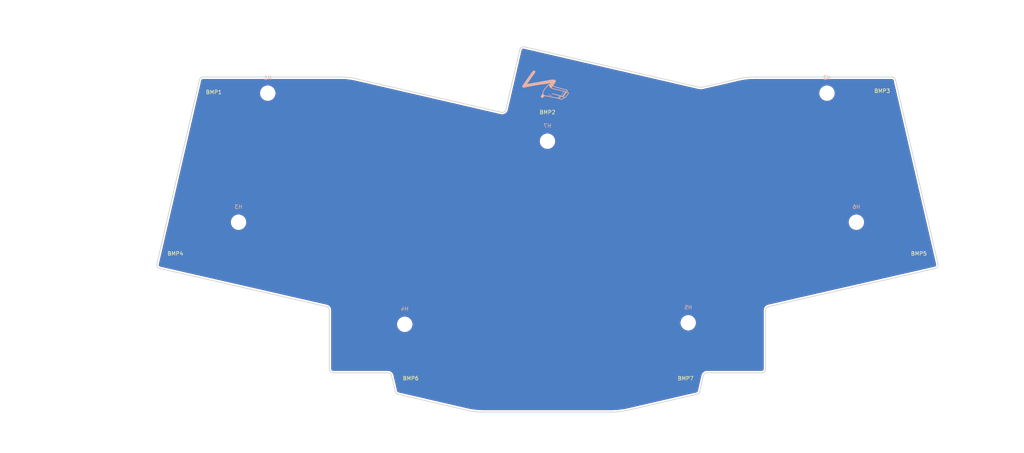
<source format=kicad_pcb>
(kicad_pcb (version 20211014) (generator pcbnew)
  (layers (0 "F.Cu" signal) (31 "B.Cu" signal) (34 "B.Paste" user) (35 "F.Paste" user) (36 "B.SilkS" user "B.Silkscreen") (37 "F.SilkS" user "F.Silkscreen") (38 "B.Mask" user) (39 "F.Mask" user) (44 "Edge.Cuts" user))
  (net 0 "")
  (net 1 "ledOut")
  (net 2 "+5V")
  (footprint "revxlp:rev41lp_edgecutBottomPlate10u" (layer "F.Cu") (at 154.229532 28.768286)
    (fp_text reference "rev41lp_edgecutPCB" hide)
    (fp_text value "rev41lp_edgecutBottomPlate10uTakeTwo")
    (fp_line (start -100.574096 49.692873) (end -57.380101 59.555682) (layer "Edge.Cuts") (width 0.2))
    (fp_line (start -40.441671 77.515789) (end -39.503394 81.579917) (layer "Edge.Cuts") (width 0.2))
    (fp_line (start -7.200363 -7.073925) (end -10.776125 8.414401) (layer "Edge.Cuts") (width 0.2))
    (fp_line (start 56.605052 75.74074) (end 56.605052 60.530052) (layer "Edge.Cuts") (width 0.2))
    (fp_line (start -16.510921 86.938468) (end 16.510921 86.938468) (layer "Edge.Cuts") (width 0.2))
    (fp_line (start 21.009942 86.425869) (end 38.753975 82.329336) (layer "Edge.Cuts") (width 0.2))
    (fp_line (start -11.988661 9.163738) (end -49.460861 0.512599) (layer "Edge.Cuts") (width 0.2))
    (fp_line (start 101.323515 48.493552) (end 90.30683 0.775048) (layer "Edge.Cuts") (width 0.2))
    (fp_line (start -38.753975 82.329336) (end -21.009942 86.425869) (layer "Edge.Cuts") (width 0.2))
    (fp_line (start -53.959882 -0.000001) (end -89.33246 0) (layer "Edge.Cuts") (width 0.2))
    (fp_line (start 41.416042 76.74074) (end 55.605051 76.74074) (layer "Edge.Cuts") (width 0.2))
    (fp_line (start 89.33246 0) (end 53.959882 0) (layer "Edge.Cuts") (width 0.2))
    (fp_line (start -55.605052 76.74074) (end -41.416042 76.740739) (layer "Edge.Cuts") (width 0.2))
    (fp_line (start -56.605052 60.530052) (end -56.605052 75.74074) (layer "Edge.Cuts") (width 0.2))
    (fp_line (start -90.30683 0.775048) (end -101.323515 48.493552) (layer "Edge.Cuts") (width 0.2))
    (fp_line (start 57.380101 59.555682) (end 100.574096 49.692873) (layer "Edge.Cuts") (width 0.2))
    (fp_line (start 49.460861 0.512598) (end 40.259348 2.633889) (layer "Edge.Cuts") (width 0.2))
    (fp_line (start 39.503394 81.579917) (end 40.441671 77.515789) (layer "Edge.Cuts") (width 0.2))
    (fp_line (start 39.343321 2.645225) (end -6.003106 -7.823822) (layer "Edge.Cuts") (width 0.2))
    (fp_arc (start -7.200363 -7.073925) (mid -6.757044 -7.696834) (end -6.003106 -7.823822) (layer "Edge.Cuts") (width 0.2))
    (fp_arc (start -100.574096 49.692873) (mid -101.197193 49.248422) (end -101.323515 48.493552) (layer "Edge.Cuts") (width 0.2))
    (fp_arc (start -55.605052 76.74074) (mid -56.312159 76.447847) (end -56.605052 75.74074) (layer "Edge.Cuts") (width 0.2))
    (fp_arc (start 56.605052 60.530052) (mid 56.822458 59.907551) (end 57.380101 59.555682) (layer "Edge.Cuts") (width 0.2))
    (fp_arc (start -41.416042 76.740739) (mid -40.793527 76.958131) (end -40.441671 77.515789) (layer "Edge.Cuts") (width 0.2))
    (fp_arc (start -16.510921 86.938468) (mid -18.774985 86.809905) (end -21.009942 86.425869) (layer "Edge.Cuts") (width 0.2))
    (fp_arc (start 21.009942 86.425869) (mid 18.774985 86.809904) (end 16.510921 86.938468) (layer "Edge.Cuts") (width 0.2))
    (fp_arc (start 101.323515 48.493552) (mid 101.19719 49.24841) (end 100.574096 49.692873) (layer "Edge.Cuts") (width 0.2))
    (fp_arc (start -57.380101 59.555682) (mid -56.822443 59.907537) (end -56.605052 60.530052) (layer "Edge.Cuts") (width 0.2))
    (fp_arc (start 56.605052 75.74074) (mid 56.31206 76.447752) (end 55.605051 76.74074) (layer "Edge.Cuts") (width 0.2))
    (fp_arc (start -10.776776 8.41722) (mid -11.221228 9.040317) (end -11.976099 9.166638) (layer "Edge.Cuts") (width 0.2))
    (fp_arc (start -53.959882 -0.000001) (mid -51.695818 0.128562) (end -49.460861 0.512598) (layer "Edge.Cuts") (width 0.2))
    (fp_arc (start -38.753975 82.329336) (mid -39.236131 82.062073) (end -39.503394 81.579917) (layer "Edge.Cuts") (width 0.2))
    (fp_arc (start 49.460861 0.512599) (mid 51.695817 0.128555) (end 53.959882 0) (layer "Edge.Cuts") (width 0.2))
    (fp_arc (start 40.441672 77.515789) (mid 40.793521 76.958127) (end 41.416042 76.74074) (layer "Edge.Cuts") (width 0.2))
    (fp_arc (start -90.30683 0.775049) (mid -89.954975 0.217391) (end -89.33246 0) (layer "Edge.Cuts") (width 0.2))
    (fp_arc (start 89.332459 0) (mid 89.954971 0.217385) (end 90.30683 0.775048) (layer "Edge.Cuts") (width 0.2))
    (fp_arc (start 40.244726 2.638295) (mid 39.794418 2.693223) (end 39.343321 2.645225) (layer "Edge.Cuts") (width 0.2))
    (fp_arc (start 39.503394 81.579917) (mid 39.236692 82.062643) (end 38.753975 82.329336) (layer "Edge.Cuts") (width 0.2))
  )
  (footprint "revxlp:Bumpon" (layer "F.Cu") (at 190.067222 107.481219)
    (fp_text reference "BMP7" (at 0 -0.5 unlocked) (layer "F.SilkS"))
    (fp_text value "Bumpon")
  )
  (footprint "revxlp:Bumpon" (layer "F.Cu") (at 57.692222 75.081219)
    (fp_text reference "BMP4" (at 0 -0.5 unlocked) (layer "F.SilkS"))
    (fp_text value "Bumpon")
  )
  (footprint "revxlp:Bumpon" (layer "F.Cu") (at 241.067222 32.881219)
    (fp_text reference "BMP3" (at 0 -0.5 unlocked) (layer "F.SilkS"))
    (fp_text value "Bumpon")
  )
  (footprint "revxlp:Bumpon" (layer "F.Cu") (at 250.592222 75.081219)
    (fp_text reference "BMP5" (at 0 -0.5 unlocked) (layer "F.SilkS"))
    (fp_text value "Bumpon")
  )
  (footprint "revxlp:Bumpon" (layer "F.Cu") (at 118.742222 107.456219)
    (fp_text reference "BMP6" (at 0 -0.5 unlocked) (layer "F.SilkS"))
    (fp_text value "Bumpon")
  )
  (footprint "revxlp:Bumpon" (layer "F.Cu") (at 67.667222 33.206219)
    (fp_text reference "BMP1" (at 0 -0.5 unlocked) (layer "F.SilkS"))
    (fp_text value "Bumpon")
  )
  (footprint "revxlp:Bumpon" (layer "F.Cu") (at 154.229537 38.406219)
    (fp_text reference "BMP2" (at 0 -0.5 unlocked) (layer "F.SilkS"))
    (fp_text value "Bumpon")
  )
  (footprint "MountingHole:MountingHole_3mm" (layer "B.Cu") (at 234.377402 66.454105 180)
    (fp_text reference "H6" (at 0 4) (layer "B.SilkS") (effects (justify mirror)))
    (fp_text value "MountingHole")
    (pad "" np_thru_hole circle (at 0 0 180) (size 3 3) (drill 3) (layers *.Cu *.Mask))
  )
  (footprint "MountingHole:MountingHole_3mm" (layer "B.Cu") (at 154.229537 45.431219 180)
    (fp_text reference "H7" (at 0 4) (layer "B.SilkS") (effects (justify mirror)))
    (fp_text value "MountingHole")
    (pad "" np_thru_hole circle (at 0 0 180) (size 3 3) (drill 3) (layers *.Cu *.Mask))
  )
  (footprint "MountingHole:MountingHole_3mm" (layer "B.Cu") (at 117.200832 92.939147 180)
    (fp_text reference "H4" (at 0 4) (layer "B.SilkS") (effects (justify mirror)))
    (fp_text value "MountingHole")
    (pad "" np_thru_hole circle (at 0 0 180) (size 3 3) (drill 3) (layers *.Cu *.Mask))
  )
  (footprint "MountingHole:MountingHole_3mm" (layer "B.Cu") (at 190.750835 92.539148 180)
    (fp_text reference "H5" (at 0 4) (layer "B.SilkS") (effects (justify mirror)))
    (fp_text value "MountingHole")
    (pad "" np_thru_hole circle (at 0 0 180) (size 3 3) (drill 3) (layers *.Cu *.Mask))
  )
  (footprint "MountingHole:MountingHole_3mm" (layer "B.Cu") (at 226.758829 32.964148 180)
    (fp_text reference "H2" (at 0 4) (layer "B.SilkS") (effects (justify mirror)))
    (fp_text value "MountingHole")
    (pad "" np_thru_hole circle (at 0 0 180) (size 3 3) (drill 3) (layers *.Cu *.Mask))
  )
  (footprint "revxlp:Z_Towel_Logo" (layer "B.Cu") (at 154.101067 31.255604 -103)
    (fp_text reference "G***" hide)
    (fp_text value "LOGO" hide)
    (fp_poly (pts (xy 1.338881 6.271117) (xy 1.370691 6.263806) (xy 1.405978 6.253053) (xy 1.440822 6.240014) (xy 1.463675 6.229744) (xy 1.492572 6.212116) (xy 1.524781 6.186694) (xy 1.547817 6.165285) (xy 1.569775 6.14281) (xy 1.584588 6.125284) (xy 1.59458 6.109192) (xy 1.602074 6.091019) (xy 1.606853 6.075933) (xy 1.620844 6.024942) (xy 1.632097 5.975801) (xy 1.640039 5.931437) (xy 1.644102 5.894775) (xy 1.644512 5.882879) (xy 1.642503 5.858437) (xy 1.636183 5.827744) (xy 1.625344 5.7903) (xy 1.609779 5.745606) (xy 1.589281 5.693165) (xy 1.563641 5.632478) (xy 1.532652 5.563045) (xy 1.496105 5.484368) (xy 1.453794 5.395949) (xy 1.405511 5.297288) (xy 1.374887 5.235575) (xy 1.344534 5.174378) (xy 1.31346 5.111187) (xy 1.282648 5.048031) (xy 1.253077 4.986941) (xy 1.225727 4.929947) (xy 1.201579 4.879077) (xy 1.181612 4.836362) (xy 1.172493 4.816475) (xy 1.149479 4.765908) (xy 1.123688 4.709455) (xy 1.097022 4.651263) (xy 1.071381 4.595478) (xy 1.048665 4.546246) (xy 1.044421 4.537075) (xy 1.02833 4.501793) (xy 1.007867 4.456038) (xy 0.983567 4.401053) (xy 0.955964 4.338078) (xy 0.925593 4.268354) (xy 0.892989 4.193124) (xy 0.858686 4.113629) (xy 0.82322 4.031109) (xy 0.787124 3.946808) (xy 0.750935 3.861965) (xy 0.715185 3.777822) (xy 0.680411 3.695621) (xy 0.647147 3.616604) (xy 0.619943 3.551634) (xy 0.561511 3.411578) (xy 0.504974 3.275854) (xy 0.450687 3.14532) (xy 0.399004 3.020834) (xy 0.350282 2.903253) (xy 0.304875 2.793435) (xy 0.263138 2.692238) (xy 0.225427 2.60052) (xy 0.192098 2.519138) (xy 0.174706 2.4765) (xy 0.150817 2.41799) (xy 0.125986 2.357459) (xy 0.101173 2.297235) (xy 0.077344 2.239645) (xy 0.05546 2.187017) (xy 0.036484 2.141678) (xy 0.022336 2.1082) (xy -0.032547 1.977971) (xy -0.082781 1.855861) (xy -0.129579 1.738727) (xy -0.174156 1.623422) (xy -0.217726 1.506802) (xy -0.261502 1.385721) (xy -0.306699 1.257035) (xy -0.311006 1.2446) (xy -0.328394 1.194981) (xy -0.348826 1.137692) (xy -0.370785 1.076918) (xy -0.392759 1.016843) (xy -0.413232 0.961651) (xy -0.41905 0.94615) (xy -0.438444 0.894323) (xy -0.459583 0.837251) (xy -0.481027 0.77886) (xy -0.501338 0.723074) (xy -0.519076 0.673819) (xy -0.524545 0.658469) (xy -0.546635 0.597915) (xy -0.573267 0.527746) (xy -0.60366 0.449876) (xy -0.637037 0.366223) (xy -0.67262 0.278702) (xy -0.709628 0.189228) (xy -0.747284 0.099719) (xy -0.784809 0.012091) (xy -0.819485 -0.067346) (xy -0.844289 -0.124197) (xy -0.871572 -0.187787) (xy -0.899742 -0.254331) (xy -0.927204 -0.320045) (xy -0.952367 -0.381147) (xy -0.970552 -0.426121) (xy -0.989858 -0.474045) (xy -1.009219 -0.521447) (xy -1.027702 -0.566093) (xy -1.044374 -0.605745) (xy -1.058303 -0.638166) (xy -1.068555 -0.661122) (xy -1.068958 -0.661987) (xy -1.080354 -0.687069) (xy -1.088976 -0.707272) (xy -1.093862 -0.720264) (xy -1.09441 -0.7239) (xy -1.087988 -0.721097) (xy -1.072093 -0.713286) (xy -1.048496 -0.701363) (xy -1.01897 -0.686223) (xy -0.985285 -0.668764) (xy -0.980878 -0.666468) (xy -0.94287 -0.646538) (xy -0.914592 -0.631292) (xy -0.894461 -0.619638) (xy -0.880895 -0.610489) (xy -0.87231 -0.602756) (xy -0.867125 -0.595349) (xy -0.863757 -0.587179) (xy -0.863209 -0.585505) (xy -0.85369 -0.560738) (xy -0.83923 -0.52897) (xy -0.821721 -0.493906) (xy -0.803051 -0.459252) (xy -0.785111 -0.428714) (xy -0.782485 -0.424657) (xy -0.5173 -0.424657) (xy -0.515607 -0.434674) (xy -0.505266 -0.441687) (xy -0.486657 -0.446513) (xy -0.480647 -0.44749) (xy -0.449118 -0.452792) (xy -0.414732 -0.459527) (xy -0.380506 -0.467) (xy -0.349453 -0.474514) (xy -0.324589 -0.481374) (xy -0.308928 -0.486884) (xy -0.307975 -0.487338) (xy -0.272959 -0.507516) (xy -0.232851 -0.535012) (xy -0.190663 -0.567368) (xy -0.149409 -0.602124) (xy -0.112101 -0.636823) (xy -0.081753 -0.669004) (xy -0.074192 -0.678131) (xy -0.048356 -0.713026) (xy -0.019445 -0.756158) (xy 0.011314 -0.805325) (xy 0.042692 -0.858322) (xy 0.073463 -0.912945) (xy 0.102398 -0.966991) (xy 0.128271 -1.018257) (xy 0.149853 -1.064538) (xy 0.165918 -1.103631) (xy 0.171053 -1.118394) (xy 0.180589 -1.152116) (xy 0.190829 -1.19519) (xy 0.201121 -1.24434) (xy 0.210815 -1.296288) (xy 0.219256 -1.34776) (xy 0.225158 -1.390265) (xy 0.230057 -1.429216) (xy 0.235773 -1.47393) (xy 0.241428 -1.517584) (xy 0.244355 -1.539875) (xy 0.250295 -1.593663) (xy 0.255548 -1.659769) (xy 0.26011 -1.73783) (xy 0.263975 -1.82748) (xy 0.267137 -1.928356) (xy 0.269591 -2.040094) (xy 0.271331 -2.16233) (xy 0.272351 -2.2947) (xy 0.272647 -2.43684) (xy 0.272213 -2.588387) (xy 0.271042 -2.748975) (xy 0.26913 -2.918242) (xy 0.267276 -3.046275) (xy 0.266493 -3.103625) (xy 0.265819 -3.168626) (xy 0.265253 -3.240254) (xy 0.264791 -3.317486) (xy 0.264431 -3.399297) (xy 0.264172 -3.484663) (xy 0.26401 -3.572561) (xy 0.263944 -3.661967) (xy 0.26397 -3.751857) (xy 0.264087 -3.841206) (xy 0.264293 -3.928992) (xy 0.264584 -4.01419) (xy 0.26496 -4.095776) (xy 0.265416 -4.172727) (xy 0.265952 -4.244018) (xy 0.266564 -4.308626) (xy 0.267251 -4.365526) (xy 0.268009 -4.413695) (xy 0.268838 -4.452109) (xy 0.269734 -4.479745) (xy 0.270572 -4.49429) (xy 0.274077 -4.534056) (xy 0.313251 -4.511478) (xy 0.333899 -4.499992) (xy 0.362384 -4.484707) (xy 0.395179 -4.46749) (xy 0.428756 -4.45021) (xy 0.433829 -4.447634) (xy 0.478158 -4.425682) (xy 0.517966 -4.40735) (xy 0.555835 -4.391759) (xy 0.59435 -4.378029) (xy 0.636093 -4.365281) (xy 0.683646 -4.352636) (xy 0.739593 -4.339214) (xy 0.777875 -4.33051) (xy 0.801967 -4.324398) (xy 0.826963 -4.316435) (xy 0.854282 -4.305965) (xy 0.88534 -4.292332) (xy 0.921553 -4.274877) (xy 0.964341 -4.252944) (xy 1.01512 -4.225876) (xy 1.075307 -4.193017) (xy 1.0795 -4.190709) (xy 1.123437 -4.167898) (xy 1.17519 -4.143278) (xy 1.23136 -4.11829) (xy 1.288548 -4.094375) (xy 1.343355 -4.072973) (xy 1.392383 -4.055526) (xy 1.41605 -4.04802) (xy 1.482725 -4.028117) (xy 1.480652 -3.987321) (xy 1.479176 -3.96788) (xy 1.47634 -3.938698) (xy 1.472448 -3.902624) (xy 1.467808 -3.862507) (xy 1.463028 -3.823577) (xy 1.456383 -3.765329) (xy 1.449889 -3.697756) (xy 1.448898 -3.685845) (xy 1.627127 -3.685845) (xy 1.627288 -3.69227) (xy 1.628865 -3.708438) (xy 1.631498 -3.731518) (xy 1.634829 -3.758678) (xy 1.638498 -3.787085) (xy 1.642149 -3.813907) (xy 1.645422 -3.836313) (xy 1.647958 -3.851471) (xy 1.64833 -3.85331) (xy 1.651031 -3.862849) (xy 1.655897 -3.864388) (xy 1.666835 -3.858497) (xy 1.670082 -3.856485) (xy 1.682574 -3.848738) (xy 1.703087 -3.836027) (xy 1.728846 -3.820073) (xy 1.757074 -3.802594) (xy 1.758953 -3.801431) (xy 1.802491 -3.776163) (xy 1.855685 -3.748059) (xy 1.916131 -3.718259) (xy 1.981424 -3.687905) (xy 2.049159 -3.65814) (xy 2.116933 -3.630105) (xy 2.13409 -3.623308) (xy 2.226656 -3.586991) (xy 2.224402 -3.550858) (xy 2.221126 -3.503997) (xy 2.217906 -3.469516) (xy 2.2147 -3.447095) (xy 2.211469 -3.436413) (xy 2.210052 -3.43535) (xy 2.200829 -3.437594) (xy 2.18205 -3.443777) (xy 2.155932 -3.453069) (xy 2.124691 -3.464643) (xy 2.090544 -3.477671) (xy 2.055707 -3.491326) (xy 2.022396 -3.504779) (xy 2.0066 -3.511341) (xy 1.98767 -3.519519) (xy 1.960925 -3.531382) (xy 1.928031 -3.546162) (xy 1.890654 -3.563095) (xy 1.85046 -3.581414) (xy 1.809115 -3.600352) (xy 1.768287 -3.619144) (xy 1.729639 -3.637024) (xy 1.694841 -3.653224) (xy 1.665556 -3.666979) (xy 1.643452 -3.677522) (xy 1.630194 -3.684088) (xy 1.627127 -3.685845) (xy 1.448898 -3.685845) (xy 1.443718 -3.6236) (xy 1.438045 -3.545604) (xy 1.433042 -3.466508) (xy 1.428883 -3.389055) (xy 1.425742 -3.315987) (xy 1.423792 -3.250045) (xy 1.423205 -3.19405) (xy 1.423064 -3.156333) (xy 1.422486 -3.108889) (xy 1.421531 -3.054679) (xy 1.420258 -2.996664) (xy 1.418727 -2.937808) (xy 1.416997 -2.881072) (xy 1.416846 -2.87655) (xy 1.41432 -2.798046) (xy 1.412265 -2.726063) (xy 1.410672 -2.658586) (xy 1.409527 -2.593598) (xy 1.40882 -2.529084) (xy 1.408538 -2.463029) (xy 1.408671 -2.393417) (xy 1.409206 -2.318232) (xy 1.410131 -2.23546) (xy 1.411436 -2.143084) (xy 1.412283 -2.08915) (xy 1.413557 -2.011539) (xy 1.414761 -1.945609) (xy 1.416024 -1.890344) (xy 1.417477 -1.844727) (xy 1.41925 -1.80774) (xy 1.421475 -1.778366) (xy 1.42428 -1.755589) (xy 1.427797 -1.738392) (xy 1.432155 -1.725757) (xy 1.437486 -1.716668) (xy 1.443919 -1.710107) (xy 1.451584 -1.705058) (xy 1.460613 -1.700504) (xy 1.46219 -1.699755) (xy 1.488381 -1.690621) (xy 1.511718 -1.69108) (xy 1.532844 -1.698727) (xy 1.544586 -1.704931) (xy 1.553924 -1.712147) (xy 1.561217 -1.721882) (xy 1.566825 -1.735643) (xy 1.571108 -1.754936) (xy 1.574425 -1.781266) (xy 1.577137 -1.816142) (xy 1.579603 -1.861068) (xy 1.58152 -1.902543) (xy 1.582962 -1.942188) (xy 1.584275 -1.992385) (xy 1.58543 -2.050989) (xy 1.586398 -2.115853) (xy 1.587151 -2.184828) (xy 1.587661 -2.25577) (xy 1.587897 -2.326531) (xy 1.587878 -2.378075) (xy 1.58788 -2.445492) (xy 1.588151 -2.513204) (xy 1.588665 -2.579317) (xy 1.589396 -2.641937) (xy 1.590319 -2.699171) (xy 1.591409 -2.749123) (xy 1.592639 -2.789901) (xy 1.593793 -2.816225) (xy 1.595367 -2.848894) (xy 1.597135 -2.892193) (xy 1.599028 -2.944056) (xy 1.600978 -3.002415) (xy 1.602918 -3.065203) (xy 1.60478 -3.130354) (xy 1.606495 -3.1958) (xy 1.607226 -3.2258) (xy 1.608716 -3.286587) (xy 1.610234 -3.344615) (xy 1.611734 -3.398407) (xy 1.613171 -3.446486) (xy 1.6145 -3.487375) (xy 1.615674 -3.519598) (xy 1.616649 -3.541679) (xy 1.617208 -3.550541) (xy 1.620344 -3.586358) (xy 1.757909 -3.517854) (xy 1.850102 -3.472915) (xy 1.934303 -3.434) (xy 2.013031 -3.400004) (xy 2.088804 -3.369824) (xy 2.1342 -3.35298) (xy 2.207826 -3.326392) (xy 2.212184 -3.163383) (xy 2.213832 -3.112768) (xy 2.216054 -3.060565) (xy 2.21868 -3.009938) (xy 2.221536 -2.964052) (xy 2.22445 -2.926069) (xy 2.225919 -2.910618) (xy 2.229562 -2.871352) (xy 2.232971 -2.825268) (xy 2.23617 -2.771698) (xy 2.239184 -2.709978) (xy 2.242039 -2.639442) (xy 2.244758 -2.559424) (xy 2.247368 -2.469259) (xy 2.249892 -2.368281) (xy 2.252357 -2.255824) (xy 2.254388 -2.15265) (xy 2.255788 -2.081782) (xy 2.257327 -2.010129) (xy 2.258957 -1.939569) (xy 2.26063 -1.871981) (xy 2.262296 -1.809246) (xy 2.263909 -1.753242) (xy 2.265418 -1.705849) (xy 2.266776 -1.668945) (xy 2.266995 -1.6637) (xy 2.268577 -1.623724) (xy 2.270366 -1.573583) (xy 2.272281 -1.515807) (xy 2.274243 -1.452929) (xy 2.276174 -1.387478) (xy 2.277995 -1.321986) (xy 2.279509 -1.26365) (xy 2.281566 -1.184978) (xy 2.283603 -1.116508) (xy 2.285748 -1.055743) (xy 2.288133 -1.000185) (xy 2.290886 -0.947336) (xy 2.294137 -0.894699) (xy 2.298017 -0.839778) (xy 2.302656 -0.780074) (xy 2.308075 -0.714375) (xy 2.314775 -0.633795) (xy 2.320392 -0.563748) (xy 2.325042 -0.502124) (xy 2.328842 -0.446812) (xy 2.331909 -0.395702) (xy 2.334358 -0.346682) (xy 2.336306 -0.297644) (xy 2.337869 -0.246476) (xy 2.339164 -0.191069) (xy 2.340293 -0.130175) (xy 2.341325 -0.060042) (xy 2.341771 -0.000974) (xy 2.341521 0.048654) (xy 2.340464 0.090467) (xy 2.338489 0.126092) (xy 2.335486 0.157154) (xy 2.331344 0.185279) (xy 2.325951 0.212092) (xy 2.319197 0.239219) (xy 2.313786 0.25862) (xy 2.301024 0.28903) (xy 2.27996 0.323409) (xy 2.252796 0.358582) (xy 2.22173 0.391378) (xy 2.221701 0.391405) (xy 2.195361 0.412662) (xy 2.160437 0.435607) (xy 2.120488 0.458213) (xy 2.079075 0.478453) (xy 2.043056 0.493129) (xy 2.014669 0.503875) (xy 1.981127 0.517333) (xy 1.94882 0.530928) (xy 1.942955 0.533487) (xy 1.911348 0.546553) (xy 1.874043 0.560742) (xy 1.837534 0.573617) (xy 1.825905 0.577438) (xy 1.747166 0.596597) (xy 1.66307 0.605962) (xy 1.57624 0.605621) (xy 1.4893 0.595659) (xy 1.404873 0.576163) (xy 1.362481 0.562156) (xy 1.328053 0.549544) (xy 1.289275 0.535437) (xy 1.253573 0.522534) (xy 1.247775 0.52045) (xy 1.224617 0.511447) (xy 1.192725 0.498071) (xy 1.154788 0.481503) (xy 1.113494 0.46292) (xy 1.07153 0.443503) (xy 1.06045 0.438277) (xy 0.982058 0.401351) (xy 0.913195 0.369392) (xy 0.852063 0.341619) (xy 0.796865 0.317249) (xy 0.745805 0.295501) (xy 0.697087 0.275594) (xy 0.648913 0.256746) (xy 0.606425 0.24074) (xy 0.566395 0.224811) (xy 0.51781 0.203711) (xy 0.463119 0.178612) (xy 0.40477 0.150684) (xy 0.345212 0.121098) (xy 0.286893 0.091025) (xy 0.23495 0.063116) (xy 0.211501 0.050293) (xy 0.180488 0.033437) (xy 0.14554 0.014514) (xy 0.110286 -0.004508) (xy 0.1016 -0.009182) (xy -0.002634 -0.06605) (xy -0.095954 -0.118702) (xy -0.179222 -0.167673) (xy -0.253302 -0.213495) (xy -0.319057 -0.256705) (xy -0.377352 -0.297836) (xy -0.429048 -0.337422) (xy -0.430039 -0.338217) (xy -0.466717 -0.368416) (xy -0.493234 -0.392345) (xy -0.509969 -0.41082) (xy -0.5173 -0.424657) (xy -0.782485 -0.424657) (xy -0.776338 -0.415161) (xy -0.751343 -0.382817) (xy -0.717254 -0.345364) (xy -0.675781 -0.304362) (xy -0.628638 -0.261374) (xy -0.577536 -0.217958) (xy -0.524188 -0.175678) (xy -0.470306 -0.136092) (xy -0.4699 -0.135807) (xy -0.421415 -0.102914) (xy -0.363801 -0.065861) (xy -0.299366 -0.026019) (xy -0.230414 0.015244) (xy -0.159251 0.056557) (xy -0.088183 0.096552) (xy -0.019517 0.133858) (xy 0.0127 0.150818) (xy 0.071579 0.181306) (xy 0.132423 0.212557) (xy 0.193847 0.243879) (xy 0.254468 0.27458) (xy 0.312902 0.303968) (xy 0.367765 0.331352) (xy 0.417673 0.35604) (xy 0.461244 0.377339) (xy 0.497092 0.394558) (xy 0.523835 0.407005) (xy 0.534385 0.411662) (xy 0.561578 0.423413) (xy 0.597867 0.439347) (xy 0.640794 0.458365) (xy 0.687907 0.479366) (xy 0.73675 0.50125) (xy 0.784869 0.522919) (xy 0.829808 0.543273) (xy 0.869114 0.561211) (xy 0.898525 0.574793) (xy 0.931618 0.589553) (xy 0.972499 0.606741) (xy 1.019336 0.625677) (xy 1.070298 0.64568) (xy 1.123555 0.666071) (xy 1.177276 0.68617) (xy 1.229629 0.705297) (xy 1.278784 0.722773) (xy 1.32291 0.737918) (xy 1.360176 0.750052) (xy 1.38875 0.758496) (xy 1.402111 0.761748) (xy 1.487129 0.775923) (xy 1.571842 0.784058) (xy 1.653387 0.786053) (xy 1.728898 0.781809) (xy 1.778 0.774819) (xy 1.814843 0.76656) (xy 1.858232 0.754673) (xy 1.903743 0.740553) (xy 1.946955 0.725595) (xy 1.983444 0.711194) (xy 1.992451 0.707176) (xy 2.014727 0.697159) (xy 2.032621 0.689657) (xy 2.042988 0.685972) (xy 2.044045 0.6858) (xy 2.05193 0.688594) (xy 2.070617 0.696795) (xy 2.099544 0.710139) (xy 2.138152 0.728358) (xy 2.185881 0.751185) (xy 2.242169 0.778355) (xy 2.306458 0.809601) (xy 2.378187 0.844655) (xy 2.3876 0.849268) (xy 2.462053 0.885254) (xy 2.526516 0.915251) (xy 2.581986 0.939635) (xy 2.629462 0.958785) (xy 2.669942 0.973078) (xy 2.704424 0.982891) (xy 2.733906 0.988603) (xy 2.759386 0.990591) (xy 2.761174 0.9906) (xy 2.7806 0.988534) (xy 2.808456 0.982972) (xy 2.84128 0.974871) (xy 2.875609 0.965187) (xy 2.907978 0.954877) (xy 2.934926 0.944896) (xy 2.94788 0.939045) (xy 2.965072 0.928224) (xy 2.977854 0.916612) (xy 2.979776 0.913969) (xy 2.990077 0.903494) (xy 3.006997 0.891835) (xy 3.015551 0.887149) (xy 3.060585 0.857704) (xy 3.097112 0.818835) (xy 3.125127 0.770553) (xy 3.144623 0.71287) (xy 3.155597 0.645798) (xy 3.158163 0.596773) (xy 3.158359 0.566098) (xy 3.157444 0.544278) (xy 3.154727 0.527475) (xy 3.149521 0.511851) (xy 3.141139 0.493567) (xy 3.138808 0.488823) (xy 3.119783 0.457146) (xy 3.095606 0.4263) (xy 3.084833 0.415015) (xy 3.055539 0.389505) (xy 3.017009 0.36038) (xy 2.971599 0.329209) (xy 2.921668 0.297558) (xy 2.869574 0.266996) (xy 2.828925 0.244904) (xy 2.795491 0.227302) (xy 2.754657 0.205625) (xy 2.710173 0.181875) (xy 2.665792 0.158054) (xy 2.633575 0.140666) (xy 2.520775 0.079603) (xy 2.524998 -0.004537) (xy 2.526306 -0.048045) (xy 2.526251 -0.100002) (xy 2.524806 -0.160928) (xy 2.521943 -0.231344) (xy 2.517634 -0.311772) (xy 2.51185 -0.402733) (xy 2.504565 -0.504748) (xy 2.49575 -0.618338) (xy 2.485737 -0.739775) (xy 2.479085 -0.822242) (xy 2.473703 -0.898092) (xy 2.469405 -0.970977) (xy 2.466007 -1.04455) (xy 2.463324 -1.122463) (xy 2.46117 -1.20837) (xy 2.460622 -1.235075) (xy 2.459394 -1.290381) (xy 2.457862 -1.348146) (xy 2.456125 -1.405291) (xy 2.454282 -1.458738) (xy 2.452433 -1.505411) (xy 2.450803 -1.539875) (xy 2.449651 -1.565537) (xy 2.448296 -1.602549) (xy 2.446776 -1.649559) (xy 2.445126 -1.705218) (xy 2.443383 -1.768178) (xy 2.441584 -1.837089) (xy 2.439766 -1.9106) (xy 2.437965 -1.987364) (xy 2.436217 -2.06603) (xy 2.435124 -2.117725) (xy 2.432511 -2.239837) (xy 2.42998 -2.349814) (xy 2.427508 -2.448221) (xy 2.425074 -2.535621) (xy 2.422657 -2.612579) (xy 2.420237 -2.67966) (xy 2.417792 -2.737427) (xy 2.415301 -2.786447) (xy 2.412742 -2.827281) (xy 2.410096 -2.860497) (xy 2.407339 -2.886656) (xy 2.405972 -2.896866) (xy 2.403523 -2.920596) (xy 2.401352 -2.955119) (xy 2.399478 -2.998534) (xy 2.397924 -3.048936) (xy 2.396709 -3.104423) (xy 2.395854 -3.16309) (xy 2.395381 -3.223036) (xy 2.39531 -3.282356) (xy 2.395663 -3.339147) (xy 2.396459 -3.391506) (xy 2.39772 -3.437531) (xy 2.399466 -3.475316) (xy 2.399615 -3.47773) (xy 2.402059 -3.517319) (xy 2.404988 -3.566075) (xy 2.408198 -3.620485) (xy 2.411481 -3.677034) (xy 2.41463 -3.732208) (xy 2.416148 -3.7592) (xy 2.419334 -3.815914) (xy 2.422062 -3.862302) (xy 2.424591 -3.900717) (xy 2.427177 -3.933514) (xy 2.430077 -3.963046) (xy 2.43355 -3.991667) (xy 2.437851 -4.021731) (xy 2.44324 -4.055591) (xy 2.449973 -4.095602) (xy 2.458114 -4.142998) (xy 2.469552 -4.213329) (xy 2.477663 -4.272995) (xy 2.482508 -4.32357) (xy 2.484144 -4.366627) (xy 2.48263 -4.403743) (xy 2.478024 -4.436492) (xy 2.470384 -4.466449) (xy 2.47014 -4.467225) (xy 2.461814 -4.49199) (xy 2.453538 -4.5142) (xy 2.447101 -4.52905) (xy 2.447097 -4.529058) (xy 2.43522 -4.547257) (xy 2.416023 -4.571256) (xy 2.391821 -4.598579) (xy 2.36493 -4.626753) (xy 2.337665 -4.653302) (xy 2.312342 -4.675752) (xy 2.302429 -4.683681) (xy 2.282649 -4.699312) (xy 2.255885 -4.721154) (xy 2.224718 -4.747064) (xy 2.191732 -4.7749) (xy 2.16535 -4.797473) (xy 2.132709 -4.825138) (xy 2.099625 -4.852369) (xy 2.068707 -4.877074) (xy 2.042566 -4.897161) (xy 2.026596 -4.908671) (xy 1.985831 -4.937916) (xy 1.944218 -4.970267) (xy 1.905232 -5.002885) (xy 1.872344 -5.032931) (xy 1.862056 -5.0432) (xy 1.834987 -5.071121) (xy 1.842508 -5.135229) (xy 1.845779 -5.164996) (xy 1.847105 -5.186059) (xy 1.846221 -5.2023) (xy 1.842861 -5.217604) (xy 1.836761 -5.235854) (xy 1.835377 -5.239681) (xy 1.816489 -5.282484) (xy 1.791578 -5.321178) (xy 1.757824 -5.360122) (xy 1.756378 -5.361615) (xy 1.731724 -5.384913) (xy 1.705249 -5.405324) (xy 1.675372 -5.423539) (xy 1.640509 -5.440251) (xy 1.59908 -5.456151) (xy 1.549501 -5.471931) (xy 1.490192 -5.488284) (xy 1.4351 -5.502139) (xy 1.38143 -5.515623) (xy 1.335008 -5.52841) (xy 1.293578 -5.541467) (xy 1.254883 -5.555763) (xy 1.216668 -5.572268) (xy 1.176677 -5.591949) (xy 1.132652 -5.615775) (xy 1.082338 -5.644715) (xy 1.0287 -5.676602) (xy 0.991201 -5.699164) (xy 0.956572 -5.720111) (xy 0.926559 -5.738378) (xy 0.902906 -5.752899) (xy 0.887361 -5.762609) (xy 0.88265 -5.765685) (xy 0.844579 -5.789071) (xy 0.796916 -5.813748) (xy 0.742512 -5.838468) (xy 0.684216 -5.861979) (xy 0.62488 -5.883031) (xy 0.590644 -5.893761) (xy 0.564025 -5.901356) (xy 0.541361 -5.906814) (xy 0.519412 -5.910549) (xy 0.494935 -5.912976) (xy 0.464691 -5.91451) (xy 0.425437 -5.915564) (xy 0.4191 -5.915696) (xy 0.382605 -5.916088) (xy 0.349449 -5.915797) (xy 0.322206 -5.914892) (xy 0.30345 -5.913447) (xy 0.297125 -5.912283) (xy 0.274493 -5.902982) (xy 0.255266 -5.890109) (xy 0.239035 -5.872546) (xy 0.225386 -5.849171) (xy 0.213911 -5.818866) (xy 0.204199 -5.780511) (xy 0.195837 -5.732985) (xy 0.188417 -5.675169) (xy 0.181526 -5.605943) (xy 0.180499 -5.59435) (xy 0.175423 -5.539457) (xy 0.170342 -5.49047) (xy 0.165426 -5.448712) (xy 0.160844 -5.415508) (xy 0.156764 -5.392184) (xy 0.153357 -5.380064) (xy 0.15304 -5.379486) (xy 0.143815 -5.375902) (xy 0.12544 -5.377394) (xy 0.10004 -5.383187) (xy 0.069738 -5.392509) (xy 0.036658 -5.404586) (xy 0.002923 -5.418643) (xy -0.029343 -5.433908) (xy -0.058016 -5.449606) (xy -0.080409 -5.464532) (xy -0.109952 -5.482566) (xy -0.145157 -5.497286) (xy -0.181306 -5.507149) (xy -0.213684 -5.51061) (xy -0.220281 -5.510324) (xy -0.250213 -5.504854) (xy -0.275831 -5.493154) (xy -0.297465 -5.474431) (xy -0.315444 -5.44789) (xy -0.330098 -5.412738) (xy -0.341756 -5.368182) (xy -0.346066 -5.341938) (xy 0.333026 -5.341938) (xy 0.33426 -5.360177) (xy 0.336972 -5.386054) (xy 0.340929 -5.417111) (xy 0.342365 -5.42736) (xy 0.347547 -5.466176) (xy 0.352377 -5.507032) (xy 0.356312 -5.545059) (xy 0.358807 -5.5753) (xy 0.361692 -5.612446) (xy 0.365527 -5.651328) (xy 0.369895 -5.688435) (xy 0.37438 -5.720262) (xy 0.378565 -5.743301) (xy 0.378985 -5.745128) (xy 0.383078 -5.754464) (xy 0.391937 -5.757476) (xy 0.405492 -5.756505) (xy 0.426392 -5.754002) (xy 0.451427 -5.751131) (xy 0.460375 -5.750136) (xy 0.492405 -5.74398) (xy 0.532733 -5.732164) (xy 0.578876 -5.715739) (xy 0.62835 -5.695757) (xy 0.678671 -5.673269) (xy 0.727356 -5.649327) (xy 0.771922 -5.624982) (xy 0.806432 -5.603613) (xy 0.832222 -5.586971) (xy 0.865417 -5.56641) (xy 0.903879 -5.543174) (xy 0.94547 -5.518506) (xy 0.988053 -5.493648) (xy 1.029488 -5.469843) (xy 1.067638 -5.448335) (xy 1.100366 -5.430366) (xy 1.125534 -5.41718) (xy 1.134902 -5.412636) (xy 1.172576 -5.396033) (xy 1.209828 -5.381452) (xy 1.249582 -5.367929) (xy 1.29476 -5.354497) (xy 1.348286 -5.340193) (xy 1.374009 -5.33368) (xy 1.433953 -5.318466) (xy 1.482949 -5.305384) (xy 1.522451 -5.293835) (xy 1.553912 -5.283221) (xy 1.578789 -5.272943) (xy 1.598534 -5.262403) (xy 1.614603 -5.251001) (xy 1.628449 -5.238141) (xy 1.641079 -5.223772) (xy 1.651837 -5.20903) (xy 1.659056 -5.194016) (xy 1.662931 -5.176444) (xy 1.663662 -5.154024) (xy 1.661444 -5.124468) (xy 1.656477 -5.085487) (xy 1.654313 -5.070475) (xy 1.651196 -5.051594) (xy 1.646267 -5.02457) (xy 1.63995 -4.991479) (xy 1.632669 -4.954396) (xy 1.624848 -4.915398) (xy 1.616911 -4.876561) (xy 1.609283 -4.839962) (xy 1.602386 -4.807675) (xy 1.596646 -4.781778) (xy 1.592485 -4.764347) (xy 1.590407 -4.757554) (xy 1.5848 -4.759661) (xy 1.570904 -4.766823) (xy 1.55137 -4.777651) (xy 1.544592 -4.781531) (xy 1.520947 -4.793897) (xy 1.489403 -4.808636) (xy 1.454043 -4.823915) (xy 1.418952 -4.837904) (xy 1.418304 -4.83815) (xy 1.362128 -4.859954) (xy 1.30979 -4.881584) (xy 1.258364 -4.904383) (xy 1.204929 -4.929691) (xy 1.14656 -4.958853) (xy 1.080333 -4.993211) (xy 1.078299 -4.994281) (xy 1.011643 -5.028943) (xy 0.95313 -5.058287) (xy 0.899972 -5.083462) (xy 0.849385 -5.105619) (xy 0.79858 -5.125907) (xy 0.744771 -5.145476) (xy 0.685172 -5.165476) (xy 0.616996 -5.187056) (xy 0.593725 -5.194235) (xy 0.5609 -5.205758) (xy 0.524032 -5.221086) (xy 0.485253 -5.239076) (xy 0.446695 -5.258583) (xy 0.41049 -5.278466) (xy 0.378771 -5.29758) (xy 0.353669 -5.314781) (xy 0.337318 -5.328925) (xy 0.333502 -5.333793) (xy 0.333026 -5.341938) (xy -0.346066 -5.341938) (xy -0.350749 -5.313429) (xy -0.357406 -5.247683) (xy -0.362058 -5.170153) (xy -0.362109 -5.168999) (xy -0.370893 -4.991977) (xy -0.381366 -4.816258) (xy -0.393267 -4.645946) (xy -0.403229 -4.5212) (xy -0.40758 -4.469371) (xy -0.411317 -4.423443) (xy -0.414513 -4.381809) (xy -0.417238 -4.342866) (xy -0.419567 -4.305007) (xy -0.42157 -4.266626) (xy -0.423321 -4.226118) (xy -0.424891 -4.181877) (xy -0.426353 -4.132299) (xy -0.427778 -4.075777) (xy -0.42924 -4.010705) (xy -0.430811 -3.935479) (xy -0.431807 -3.8862) (xy -0.434354 -3.767576) (xy -0.43722 -3.648776) (xy -0.440364 -3.530994) (xy -0.443742 -3.415422) (xy -0.447312 -3.303254) (xy -0.451031 -3.195684) (xy -0.454857 -3.093904) (xy -0.458747 -2.999108) (xy -0.462658 -2.912488) (xy -0.466548 -2.83524) (xy -0.470375 -2.768555) (xy -0.473323 -2.72415) (xy -0.475309 -2.6922) (xy -0.477507 -2.649331) (xy -0.47985 -2.597317) (xy -0.482267 -2.537934) (xy -0.484692 -2.47296) (xy -0.487057 -2.40417) (xy -0.489291 -2.333341) (xy -0.491328 -2.262248) (xy -0.49188 -2.24155) (xy -0.494124 -2.157952) (xy -0.496243 -2.085607) (xy -0.498359 -2.02307) (xy -0.500594 -1.968896) (xy -0.50307 -1.92164) (xy -0.505909 -1.879856) (xy -0.509234 -1.842101) (xy -0.513167 -1.806929) (xy -0.51783 -1.772896) (xy -0.523344 -1.738556) (xy -0.529832 -1.702464) (xy -0.537417 -1.663176) (xy -0.543219 -1.634114) (xy -0.550423 -1.597523) (xy -0.556644 -1.564398) (xy -0.561461 -1.537107) (xy -0.564452 -1.518015) (xy -0.565248 -1.510289) (xy -0.565875 -1.498451) (xy -0.568528 -1.490669) (xy -0.574634 -1.487211) (xy -0.585621 -1.488343) (xy -0.602914 -1.494331) (xy -0.627942 -1.505443) (xy -0.662132 -1.521945) (xy -0.683137 -1.532314) (xy -0.722449 -1.551188) (xy -0.763151 -1.569697) (xy -0.801848 -1.586368) (xy -0.835147 -1.599726) (xy -0.854075 -1.606533) (xy -0.886957 -1.618228) (xy -0.925746 -1.633265) (xy -0.96492 -1.649452) (xy -0.9906 -1.66074) (xy -1.027126 -1.676747) (xy -1.067806 -1.693629) (xy -1.10687 -1.709031) (xy -1.1303 -1.717721) (xy -1.162899 -1.729923) (xy -1.196142 -1.743324) (xy -1.225128 -1.755909) (xy -1.23825 -1.762134) (xy -1.258373 -1.771316) (xy -1.288373 -1.783856) (xy -1.326128 -1.798954) (xy -1.369516 -1.81581) (xy -1.416414 -1.833622) (xy -1.464701 -1.851591) (xy -1.512253 -1.868915) (xy -1.556949 -1.884795) (xy -1.596667 -1.89843) (xy -1.61925 -1.905851) (xy -1.647005 -1.914493) (xy -1.669295 -1.920424) (xy -1.689796 -1.924143) (xy -1.712184 -1.926152) (xy -1.740134 -1.926951) (xy -1.774825 -1.927047) (xy -1.842623 -1.924841) (xy -1.900264 -1.917849) (xy -1.949717 -1.905071) (xy -1.992947 -1.885503) (xy -2.031923 -1.858143) (xy -2.068611 -1.821991) (xy -2.104979 -1.776043) (xy -2.12336 -1.749527) (xy -2.147886 -1.707002) (xy -2.166363 -1.660916) (xy -2.179076 -1.609643) (xy -2.186314 -1.551558) (xy -2.188363 -1.485036) (xy -2.185546 -1.409418) (xy -0.40005 -1.409418) (xy -0.398884 -1.422013) (xy -0.395654 -1.44471) (xy -0.390766 -1.475153) (xy -0.384625 -1.510987) (xy -0.377636 -1.549855) (xy -0.370204 -1.589403) (xy -0.362734 -1.627275) (xy -0.361782 -1.63195) (xy -0.352414 -1.679205) (xy -0.344607 -1.722453) (xy -0.338173 -1.763695) (xy -0.332925 -1.804935) (xy -0.328675 -1.848176) (xy -0.325237 -1.89542) (xy -0.322422 -1.948672) (xy -0.320042 -2.009934) (xy -0.317912 -2.081208) (xy -0.317208 -2.1082) (xy -0.313357 -2.248929) (xy -0.309245 -2.377525) (xy -0.304847 -2.494548) (xy -0.300142 -2.600562) (xy -0.295105 -2.696131) (xy -0.289713 -2.781816) (xy -0.288409 -2.80035) (xy -0.285855 -2.84) (xy -0.283138 -2.889495) (xy -0.280388 -2.945981) (xy -0.277733 -3.006608) (xy -0.275302 -3.068521) (xy -0.273225 -3.128869) (xy -0.272591 -3.1496) (xy -0.269474 -3.255477) (xy -0.266704 -3.349875) (xy -0.264247 -3.434006) (xy -0.26207 -3.509085) (xy -0.260139 -3.576326) (xy -0.258422 -3.636943) (xy -0.256883 -3.69215) (xy -0.255491 -3.743162) (xy -0.254212 -3.791192) (xy -0.253012 -3.837454) (xy -0.251858 -3.883162) (xy -0.250716 -3.929531) (xy -0.249554 -3.977775) (xy -0.248337 -4.029107) (xy -0.248039 -4.041775) (xy -0.245549 -4.132984) (xy -0.242506 -4.219476) (xy -0.238991 -4.299488) (xy -0.235085 -4.371254) (xy -0.230871 -4.433013) (xy -0.22856 -4.460875) (xy -0.214313 -4.630158) (xy -0.202883 -4.787869) (xy -0.194291 -4.933696) (xy -0.190723 -5.01015) (xy -0.187441 -5.085544) (xy -0.184362 -5.15007) (xy -0.181507 -5.203374) (xy -0.178895 -5.245102) (xy -0.176548 -5.274901) (xy -0.174487 -5.292416) (xy -0.174174 -5.294106) (xy -0.171312 -5.308188) (xy -0.141219 -5.290632) (xy -0.12083 -5.279415) (xy -0.094019 -5.265568) (xy -0.06592 -5.251729) (xy -0.060325 -5.249066) (xy -0.030617 -5.236741) (xy 0.005517 -5.22425) (xy 0.041992 -5.213626) (xy 0.05613 -5.210168) (xy 0.083474 -5.203714) (xy 0.105981 -5.197923) (xy 0.120904 -5.193532) (xy 0.125475 -5.191591) (xy 0.126103 -5.184376) (xy 0.12558 -5.166617) (xy 0.124027 -5.140404) (xy 0.121564 -5.107829) (xy 0.11871 -5.075213) (xy 0.115499 -5.039689) (xy 0.112516 -5.004501) (xy 0.109751 -4.969095) (xy 0.107196 -4.932918) (xy 0.10484 -4.895415) (xy 0.102675 -4.856034) (xy 0.100692 -4.81422) (xy 0.098881 -4.769419) (xy 0.097232 -4.721078) (xy 0.095737 -4.668643) (xy 0.095191 -4.645533) (xy 0.276225 -4.645533) (xy 0.277508 -4.696079) (xy 0.278217 -4.720429) (xy 0.279317 -4.753824) (xy 0.280679 -4.792619) (xy 0.282179 -4.833169) (xy 0.282913 -4.85222) (xy 0.287034 -4.957816) (xy 0.331888 -4.930161) (xy 0.356934 -4.915951) (xy 0.389081 -4.899455) (xy 0.423609 -4.883031) (xy 0.447133 -4.872639) (xy 0.482429 -4.858379) (xy 0.524279 -4.842564) (xy 0.567068 -4.827266) (xy 0.600075 -4.816187) (xy 0.68157 -4.789495) (xy 0.753188 -4.764945) (xy 0.817359 -4.741539) (xy 0.876513 -4.71828) (xy 0.933077 -4.694169) (xy 0.989481 -4.668208) (xy 1.048154 -4.639399) (xy 1.111526 -4.606744) (xy 1.1176 -4.603552) (xy 1.20752 -4.557706) (xy 1.289368 -4.519156) (xy 1.36489 -4.487144) (xy 1.435834 -4.46091) (xy 1.476375 -4.447799) (xy 1.501188 -4.440181) (xy 1.520794 -4.434109) (xy 1.532478 -4.430426) (xy 1.534548 -4.429722) (xy 1.534375 -4.423459) (xy 1.532855 -4.406878) (xy 1.530257 -4.382256) (xy 1.526851 -4.351874) (xy 1.522907 -4.318007) (xy 1.518694 -4.282936) (xy 1.51448 -4.248938) (xy 1.510537 -4.218292) (xy 1.507132 -4.193276) (xy 1.506069 -4.186244) (xy 1.692525 -4.186244) (xy 1.693035 -4.204196) (xy 1.694819 -4.231027) (xy 1.697693 -4.264879) (xy 1.701474 -4.303893) (xy 1.705978 -4.346213) (xy 1.711021 -4.38998) (xy 1.716419 -4.433338) (xy 1.721989 -4.474428) (xy 1.72417 -4.48945) (xy 1.729654 -4.524185) (xy 1.736673 -4.565273) (xy 1.744794 -4.610482) (xy 1.753583 -4.657579) (xy 1.762605 -4.70433) (xy 1.771425 -4.748503) (xy 1.779611 -4.787865) (xy 1.786728 -4.820182) (xy 1.792341 -4.843222) (xy 1.794268 -4.849992) (xy 1.80017 -4.850376) (xy 1.814396 -4.842476) (xy 1.836097 -4.826791) (xy 1.843484 -4.821003) (xy 1.867458 -4.802462) (xy 1.890943 -4.785162) (xy 1.909991 -4.771982) (xy 1.915051 -4.768771) (xy 1.931832 -4.757252) (xy 1.953783 -4.740421) (xy 1.976697 -4.721529) (xy 1.9812 -4.717638) (xy 2.005146 -4.697182) (xy 2.034274 -4.672934) (xy 2.063741 -4.648906) (xy 2.075808 -4.639245) (xy 2.130587 -4.594696) (xy 2.179016 -4.55325) (xy 2.220311 -4.515656) (xy 2.253692 -4.482666) (xy 2.278376 -4.455028) (xy 2.293579 -4.433492) (xy 2.29643 -4.427741) (xy 2.302968 -4.401037) (xy 2.304835 -4.362925) (xy 2.302025 -4.313306) (xy 2.294533 -4.252081) (xy 2.28278 -4.181475) (xy 2.275025 -4.137163) (xy 2.267551 -4.090799) (xy 2.260938 -4.04626) (xy 2.255769 -4.007427) (xy 2.253215 -3.984625) (xy 2.249998 -3.954672) (xy 2.246735 -3.929397) (xy 2.243806 -3.911454) (xy 2.241593 -3.9035) (xy 2.241587 -3.903493) (xy 2.233879 -3.903245) (xy 2.216642 -3.907255) (xy 2.192017 -3.914768) (xy 2.162146 -3.925034) (xy 2.129168 -3.937298) (xy 2.095226 -3.950808) (xy 2.06246 -3.964812) (xy 2.046637 -3.972021) (xy 1.983076 -4.003564) (xy 1.913676 -4.041222) (xy 1.842193 -4.082791) (xy 1.772386 -4.126069) (xy 1.708012 -4.168853) (xy 1.693472 -4.179027) (xy 1.692525 -4.186244) (xy 1.506069 -4.186244) (xy 1.504628 -4.176712) (xy 1.49924 -4.151587) (xy 1.49342 -4.137061) (xy 1.489211 -4.13385) (xy 1.47966 -4.135542) (xy 1.461304 -4.140055) (xy 1.437495 -4.146544) (xy 1.427872 -4.149306) (xy 1.38767 -4.162728) (xy 1.338188 -4.182125) (xy 1.280958 -4.206805) (xy 1.21751 -4.236077) (xy 1.149374 -4.269248) (xy 1.078082 -4.305628) (xy 1.054024 -4.318271) (xy 1.006116 -4.343606) (xy 0.967242 -4.363908) (xy 0.935193 -4.380053) (xy 0.907762 -4.392919) (xy 0.882741 -4.403383) (xy 0.857923 -4.41232) (xy 0.8311 -4.420607) (xy 0.800064 -4.429122) (xy 0.762607 -4.438741) (xy 0.729941 -4.446963) (xy 0.686631 -4.45826) (xy 0.644299 -4.470042) (xy 0.605631 -4.481505) (xy 0.573311 -4.491847) (xy 0.550025 -4.500266) (xy 0.5461 -4.501902) (xy 0.514554 -4.516216) (xy 0.477657 -4.533926) (xy 0.438166 -4.55361) (xy 0.39884 -4.573846) (xy 0.362438 -4.593211) (xy 0.331717 -4.610285) (xy 0.309436 -4.623644) (xy 0.307421 -4.624956) (xy 0.276225 -4.645533) (xy 0.095191 -4.645533) (xy 0.094387 -4.61156) (xy 0.093171 -4.549275) (xy 0.092081 -4.481235) (xy 0.091107 -4.406885) (xy 0.090241 -4.325673) (xy 0.089472 -4.237043) (xy 0.088792 -4.140442) (xy 0.088191 -4.035317) (xy 0.08766 -3.921114) (xy 0.087189 -3.797279) (xy 0.08677 -3.663257) (xy 0.086393 -3.518496) (xy 0.086049 -3.362442) (xy 0.085728 -3.19454) (xy 0.085562 -3.0988) (xy 0.085299 -2.941772) (xy 0.085056 -2.796876) (xy 0.084823 -2.663542) (xy 0.084587 -2.541201) (xy 0.084339 -2.429284) (xy 0.084067 -2.327222) (xy 0.083761 -2.234445) (xy 0.083409 -2.150386) (xy 0.083002 -2.074475) (xy 0.082527 -2.006143) (xy 0.081975 -1.944821) (xy 0.081334 -1.88994) (xy 0.080594 -1.840931) (xy 0.079744 -1.797225) (xy 0.078772 -1.758253) (xy 0.077669 -1.723446) (xy 0.076422 -1.692235) (xy 0.075022 -1.664052) (xy 0.073457 -1.638326) (xy 0.071717 -1.61449) (xy 0.069791 -1.591973) (xy 0.067668 -1.570208) (xy 0.065337 -1.548625) (xy 0.062787 -1.526655) (xy 0.060008 -1.503729) (xy 0.056988 -1.479278) (xy 0.05428 -1.457325) (xy 0.04899 -1.416809) (xy 0.04303 -1.375419) (xy 0.036843 -1.335869) (xy 0.030871 -1.300872) (xy 0.025556 -1.273144) (xy 0.021455 -1.255789) (xy 0.018518 -1.249309) (xy 0.012758 -1.248591) (xy 0.000617 -1.253779) (xy -0.005547 -1.25689) (xy -0.024813 -1.265052) (xy -0.050191 -1.273686) (xy -0.070231 -1.279354) (xy -0.095999 -1.287364) (xy -0.12694 -1.299155) (xy -0.157078 -1.312417) (xy -0.162068 -1.314837) (xy -0.193636 -1.328818) (xy -0.230454 -1.342753) (xy -0.265349 -1.353957) (xy -0.270445 -1.355363) (xy -0.305424 -1.365589) (xy -0.337799 -1.376638) (xy -0.365451 -1.387627) (xy -0.386263 -1.397671) (xy -0.398115 -1.405888) (xy -0.40005 -1.409418) (xy -2.185546 -1.409418) (xy -2.18551 -1.408452) (xy -2.184989 -1.400523) (xy -2.179391 -1.333531) (xy -2.171651 -1.269224) (xy -2.161302 -1.205473) (xy -2.147874 -1.140149) (xy -2.1309 -1.071122) (xy -2.109911 -0.996262) (xy -2.084439 -0.91344) (xy -2.064124 -0.8509) (xy -2.049451 -0.809038) (xy -2.029863 -0.757117) (xy -2.00595 -0.696525) (xy -1.978299 -0.628648) (xy -1.947499 -0.554873) (xy -1.91414 -0.476587) (xy -1.878808 -0.395179) (xy -1.842093 -0.312033) (xy -1.804584 -0.228539) (xy -1.766868 -0.146082) (xy -1.746214 -0.1016) (xy -1.717003 -0.03895) (xy -1.690284 0.018605) (xy -1.665599 0.072146) (xy -1.642489 0.122752) (xy -1.620494 0.1715) (xy -1.599155 0.219471) (xy -1.578013 0.267742) (xy -1.556608 0.317393) (xy -1.534481 0.369503) (xy -1.511174 0.42515) (xy -1.486226 0.485413) (xy -1.459178 0.551371) (xy -1.429572 0.624104) (xy -1.396948 0.704689) (xy -1.360847 0.794205) (xy -1.320809 0.893732) (xy -1.292096 0.9652) (xy -1.25259 1.063524) (xy -1.217293 1.15123) (xy -1.1857 1.229495) (xy -1.157307 1.299494) (xy -1.131609 1.362404) (xy -1.108102 1.419399) (xy -1.086283 1.471656) (xy -1.065645 1.52035) (xy -1.045686 1.566658) (xy -1.0259 1.611755) (xy -1.005784 1.656817) (xy -0.984833 1.70302) (xy -0.962542 1.75154) (xy -0.938408 1.803552) (xy -0.911926 1.860232) (xy -0.882591 1.922757) (xy -0.868555 1.952625) (xy -0.823368 2.048902) (xy -0.783029 2.135219) (xy -0.746877 2.213062) (xy -0.71425 2.283914) (xy -0.684488 2.349259) (xy -0.656928 2.410581) (xy -0.63091 2.469365) (xy -0.605773 2.527094) (xy -0.580855 2.585253) (xy -0.555495 2.645325) (xy -0.529032 2.708795) (xy -0.500805 2.777146) (xy -0.496061 2.788681) (xy -0.480177 2.827105) (xy -0.460467 2.874426) (xy -0.438099 2.927865) (xy -0.414239 2.984643) (xy -0.390053 3.041979) (xy -0.366708 3.097092) (xy -0.361498 3.109356) (xy -0.338451 3.164027) (xy -0.312086 3.227338) (xy -0.283711 3.296102) (xy -0.254633 3.367132) (xy -0.226159 3.43724) (xy -0.199597 3.503239) (xy -0.186149 3.53695) (xy -0.152121 3.622294) (xy -0.121744 3.697787) (xy -0.094159 3.76545) (xy -0.068508 3.827305) (xy -0.043932 3.885374) (xy -0.019573 3.941679) (xy 0.005429 3.99824) (xy 0.03193 4.057079) (xy 0.06079 4.120219) (xy 0.070514 4.141336) (xy 0.090866 4.185825) (xy 0.111816 4.232251) (xy 0.132707 4.279101) (xy 0.152884 4.324862) (xy 0.171691 4.368021) (xy 0.188472 4.407063) (xy 0.202573 4.440476) (xy 0.213337 4.466745) (xy 0.220109 4.484358) (xy 0.22225 4.491618) (xy 0.22489 4.500686) (xy 0.23238 4.51978) (xy 0.244078 4.547472) (xy 0.25934 4.582339) (xy 0.27752 4.622956) (xy 0.297977 4.667896) (xy 0.320065 4.715736) (xy 0.343142 4.765049) (xy 0.366563 4.814412) (xy 0.389684 4.862398) (xy 0.390512 4.8641) (xy 0.419155 4.923436) (xy 0.445704 4.9793) (xy 0.469704 5.030673) (xy 0.4907 5.076539) (xy 0.508237 5.115881) (xy 0.521861 5.147681) (xy 0.531116 5.170924) (xy 0.535547 5.184591) (xy 0.535369 5.18795) (xy 0.528784 5.185471) (xy 0.512694 5.178628) (xy 0.489156 5.168319) (xy 0.460225 5.155441) (xy 0.442309 5.147383) (xy 0.423026 5.138695) (xy 0.404553 5.130423) (xy 0.386265 5.122312) (xy 0.367535 5.114109) (xy 0.347735 5.10556) (xy 0.326239 5.09641) (xy 0.30242 5.086407) (xy 0.275651 5.075295) (xy 0.245305 5.06282) (xy 0.210756 5.04873) (xy 0.171377 5.03277) (xy 0.12654 5.014685) (xy 0.07562 4.994222) (xy 0.017988 4.971128) (xy -0.046982 4.945147) (xy -0.119916 4.916026) (xy -0.201442 4.883511) (xy -0.292186 4.847348) (xy -0.392775 4.807283) (xy -0.503836 4.763062) (xy -0.625997 4.714431) (xy -0.64135 4.708319) (xy -0.681357 4.692471) (xy -0.730876 4.672981) (xy -0.787566 4.650762) (xy -0.849085 4.626729) (xy -0.913092 4.601797) (xy -0.977245 4.57688) (xy -1.039202 4.552893) (xy -1.04775 4.54959) (xy -1.180588 4.497828) (xy -1.313202 4.445268) (xy -1.444265 4.392467) (xy -1.572449 4.339982) (xy -1.696427 4.288369) (xy -1.814872 4.238185) (xy -1.926456 4.189987) (xy -2.029852 4.144332) (xy -2.123734 4.101776) (xy -2.1971 4.067487) (xy -2.281302 4.027892) (xy -2.356223 3.993693) (xy -2.423714 3.964179) (xy -2.485628 3.938634) (xy -2.543815 3.916345) (xy -2.600129 3.896598) (xy -2.65642 3.878681) (xy -2.714542 3.861878) (xy -2.766839 3.847921) (xy -2.841415 3.830717) (xy -2.907141 3.820254) (xy -2.96592 3.816514) (xy -3.019656 3.819481) (xy -3.070252 3.829137) (xy -3.117791 3.844745) (xy -3.15732 3.86069) (xy -3.187429 3.873996) (xy -3.210723 3.886099) (xy -3.229811 3.898439) (xy -3.247298 3.912452) (xy -3.257769 3.921945) (xy -3.288764 3.959387) (xy -3.30918 4.003747) (xy -3.318979 4.054857) (xy -3.318121 4.112546) (xy -3.311873 4.153281) (xy -3.304274 4.185061) (xy -3.2944 4.218539) (xy -3.284278 4.246886) (xy -3.283461 4.248866) (xy -3.26493 4.286441) (xy -3.240432 4.326706) (xy -3.212759 4.365627) (xy -3.1847 4.399172) (xy -3.167827 4.41596) (xy -3.149481 4.429988) (xy -3.120778 4.4487) (xy -3.082905 4.471489) (xy -3.037051 4.497749) (xy -2.984403 4.52687) (xy -2.926149 4.558246) (xy -2.863477 4.59127) (xy -2.797574 4.625333) (xy -2.729628 4.659829) (xy -2.660827 4.694149) (xy -2.592359 4.727687) (xy -2.525411 4.759835) (xy -2.461171 4.789985) (xy -2.400826 4.81753) (xy -2.345566 4.841862) (xy -2.296577 4.862375) (xy -2.289175 4.865351) (xy -2.252496 4.879841) (xy -2.214018 4.89476) (xy -2.175675 4.909388) (xy -2.139401 4.923007) (xy -2.107129 4.934896) (xy -2.080793 4.944337) (xy -2.062328 4.95061) (xy -2.053667 4.952996) (xy -2.053542 4.953) (xy -2.045445 4.955205) (xy -2.027437 4.961337) (xy -2.001429 4.970678) (xy -1.969329 4.982509) (xy -1.933045 4.99611) (xy -1.894487 5.010762) (xy -1.855563 5.025744) (xy -1.818182 5.040338) (xy -1.784254 5.053823) (xy -1.76146 5.063091) (xy -1.736533 5.073593) (xy -1.702438 5.08829) (xy -1.661571 5.106131) (xy -1.616329 5.126065) (xy -1.569109 5.14704) (xy -1.526817 5.165978) (xy -1.451326 5.199803) (xy -1.385517 5.229001) (xy -1.327572 5.254338) (xy -1.275674 5.276581) (xy -1.228006 5.296495) (xy -1.182751 5.314846) (xy -1.138092 5.3324) (xy -1.092211 5.349923) (xy -1.076325 5.355892) (xy -1.034825 5.371598) (xy -0.982816 5.391557) (xy -0.921565 5.415271) (xy -0.852341 5.442239) (xy -0.776411 5.471963) (xy -0.695043 5.503944) (xy -0.609505 5.537683) (xy -0.521066 5.57268) (xy -0.430992 5.608435) (xy -0.340552 5.644451) (xy -0.251013 5.680228) (xy -0.168275 5.713405) (xy -0.10833 5.737428) (xy -0.04726 5.761791) (xy 0.012893 5.785688) (xy 0.070086 5.808311) (xy 0.122279 5.828854) (xy 0.167429 5.846508) (xy 0.203495 5.860469) (xy 0.212725 5.864001) (xy 0.245772 5.876842) (xy 0.288433 5.893795) (xy 0.338628 5.914012) (xy 0.394278 5.936648) (xy 0.453305 5.960856) (xy 0.513628 5.985789) (xy 0.573169 6.010602) (xy 0.586325 6.016115) (xy 0.642042 6.039438) (xy 0.696137 6.061991) (xy 0.74705 6.083128) (xy 0.793217 6.102203) (xy 0.833076 6.118574) (xy 0.865064 6.131593) (xy 0.887617 6.140617) (xy 0.8943 6.143213) (xy 0.923997 6.1541) (xy 0.960569 6.166816) (xy 1.002248 6.180809) (xy 1.047267 6.195531) (xy 1.09386 6.210433) (xy 1.14026 6.224966) (xy 1.184699 6.23858) (xy 1.225412 6.250725) (xy 1.260631 6.260854) (xy 1.288589 6.268416) (xy 1.307519 6.272862) (xy 1.31447 6.273826) (xy 1.338881 6.271117)) (layer "B.SilkS") (width 0.01) (fill solid))
    (fp_poly (pts (xy 2.01526 -0.795507) (xy 2.023959 -0.806681) (xy 2.03161 -0.824207) (xy 2.032972 -0.828845) (xy 2.034477 -0.84049) (xy 2.036072 -0.863584) (xy 2.037712 -0.896876) (xy 2.039351 -0.939114) (xy 2.040946 -0.989049) (xy 2.042452 -1.045429) (xy 2.043824 -1.107003) (xy 2.044789 -1.158875) (xy 2.046284 -1.240313) (xy 2.047842 -1.310422) (xy 2.049542 -1.370571) (xy 2.051466 -1.42213) (xy 2.053695 -1.46647) (xy 2.05631 -1.50496) (xy 2.059393 -1.538971) (xy 2.063023 -1.569873) (xy 2.067283 -1.599035) (xy 2.072253 -1.627828) (xy 2.072664 -1.630052) (xy 2.077679 -1.664264) (xy 2.077774 -1.688805) (xy 2.072676 -1.705822) (xy 2.062114 -1.717464) (xy 2.061561 -1.717857) (xy 2.041462 -1.725928) (xy 2.019507 -1.72595) (xy 2.001032 -1.718183) (xy 1.997277 -1.714723) (xy 1.989894 -1.703331) (xy 1.983141 -1.685547) (xy 1.976776 -1.660177) (xy 1.970555 -1.626021) (xy 1.964235 -1.581884) (xy 1.957574 -1.526569) (xy 1.955776 -1.510395) (xy 1.952652 -1.480822) (xy 1.950102 -1.45351) (xy 1.948086 -1.426847) (xy 1.946567 -1.399223) (xy 1.945504 -1.369028) (xy 1.94486 -1.33465) (xy 1.944596 -1.29448) (xy 1.944672 -1.246907) (xy 1.945051 -1.190321) (xy 1.945692 -1.123111) (xy 1.94592 -1.101547) (xy 1.946696 -1.032646) (xy 1.947446 -0.975334) (xy 1.948221 -0.928499) (xy 1.949071 -0.89103) (xy 1.950049 -0.861815) (xy 1.951203 -0.839744) (xy 1.952586 -0.823703) (xy 1.954248 -0.812583) (xy 1.95624 -0.805272) (xy 1.958613 -0.800659) (xy 1.959753 -0.799239) (xy 1.976163 -0.789555) (xy 1.99667 -0.788239) (xy 2.01526 -0.795507)) (layer "B.SilkS") (width 0.01) (fill solid))
  )
  (footprint "MountingHole:MountingHole_3mm" (layer "B.Cu") (at 74.08115 66.454105 180)
    (fp_text reference "H3" (at 0 4) (layer "B.SilkS") (effects (justify mirror)))
    (fp_text value "MountingHole")
    (pad "" np_thru_hole circle (at 0 0 180) (size 3 3) (drill 3) (layers *.Cu *.Mask))
  )
  (footprint "MountingHole:MountingHole_3mm" (layer "B.Cu") (at 81.65583 32.964149 180)
    (fp_text reference "H1" (at 0 4) (layer "B.SilkS") (effects (justify mirror)))
    (fp_text value "MountingHole")
    (pad "" np_thru_hole circle (at 0 0 180) (size 3 3) (drill 3) (layers *.Cu *.Mask))
  )
  (zone (net 2) (net_name "+5V") (layer "F.Cu") (connect_pads (clearance 0.508)) (min_thickness 0.254) (fill yes (thermal_gap 0.508) (thermal_bridge_width 0.508) (island_removal_mode 1) (island_area_min 0))
    (polygon (pts (xy 256.278633 13.560024) (xy 273.77863 14.560021) (xy 275.278632 122.060027) (xy 145.278632 126.310022) (xy 13.278629 94.310026) (xy 33.528631 10.810028)))
  )
  (zone (net 1) (net_name "ledOut") (layer "B.Cu") (connect_pads (clearance 0.508)) (min_thickness 0.254) (fill yes (thermal_gap 0.508) (thermal_bridge_width 0.508) (island_removal_mode 1) (island_area_min 0))
    (polygon (pts (xy 277.892222 12.931219) (xy 277.435284 121.542305) (xy 12.185282 116.542301) (xy 37.685293 8.792306)))
  )
)
</source>
